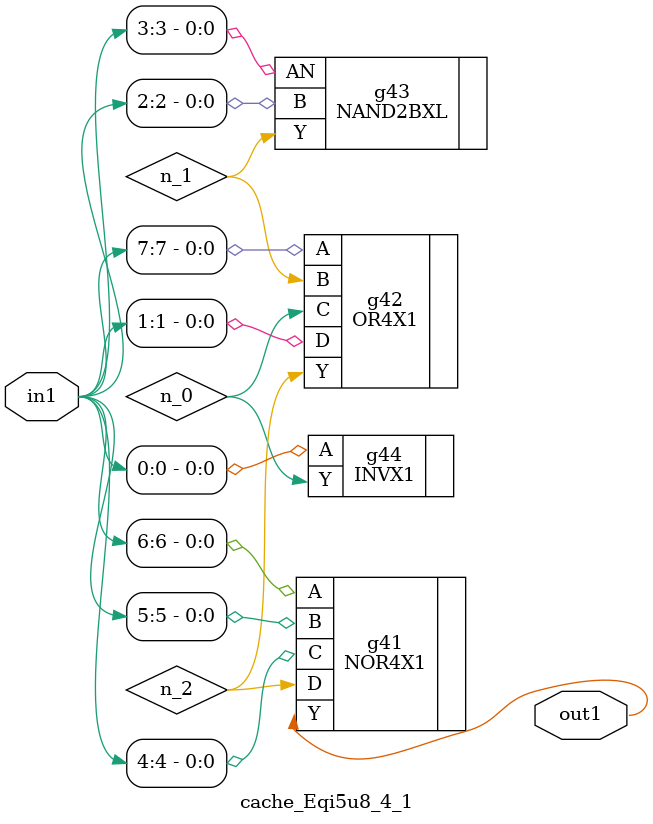
<source format=v>
`timescale 1ps / 1ps


module cache_Eqi5u8_4_1(in1, out1);
  input [7:0] in1;
  output out1;
  wire [7:0] in1;
  wire out1;
  wire n_0, n_1, n_2;
  NOR4X1 g41(.A (in1[6]), .B (in1[5]), .C (in1[4]), .D (n_2), .Y
       (out1));
  OR4X1 g42(.A (in1[7]), .B (n_1), .C (n_0), .D (in1[1]), .Y (n_2));
  NAND2BXL g43(.AN (in1[3]), .B (in1[2]), .Y (n_1));
  INVX1 g44(.A (in1[0]), .Y (n_0));
endmodule



</source>
